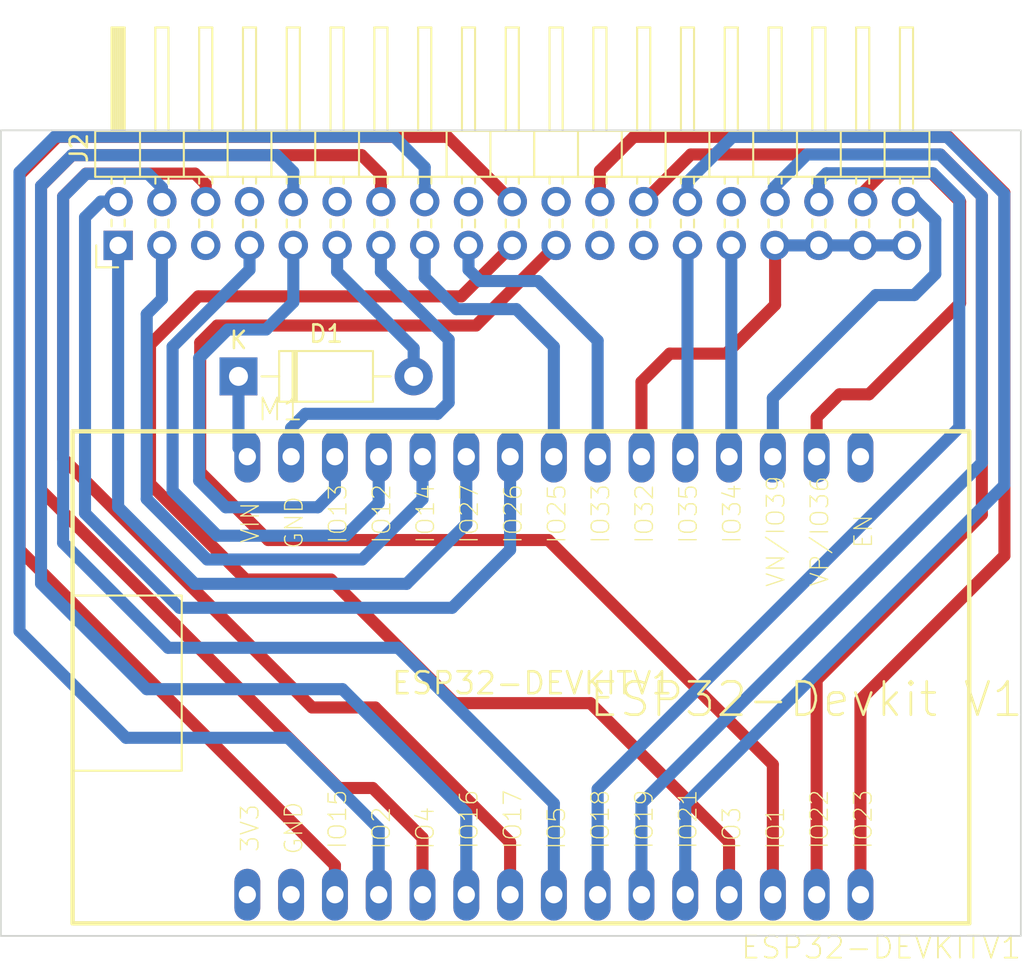
<source format=kicad_pcb>
(kicad_pcb (version 20221018) (generator pcbnew)
  (layers (0 "F.Cu" signal) (31 "B.Cu" signal) (34 "B.Paste" user) (35 "F.Paste" user) (36 "B.SilkS" user "B.Silkscreen") (37 "F.SilkS" user "F.Silkscreen") (38 "B.Mask" user) (39 "F.Mask" user) (44 "Edge.Cuts" user))
  (net 0 "")
  (net 1 "SERVO_VCC")
  (net 2 "Net-(D1-K)")
  (net 3 "L_FT_ANGLE")
  (net 4 "R_FT_ANGLE")
  (net 5 "R_HP_PWM")
  (net 6 "R_TG_PWM")
  (net 7 "R_KN_PWM")
  (net 8 "I_SENS")
  (net 9 "R_ANK_PWM")
  (net 10 "+3V3")
  (net 11 "R_FT_PWM")
  (net 12 "HD_PWM")
  (net 13 "MAIN_TX")
  (net 14 "R_ELB_PWM")
  (net 15 "MAIN_RX")
  (net 16 "SDA")
  (net 17 "SHUTOFF")
  (net 18 "R_SH_PWM")
  (net 19 "SCL")
  (net 20 "R_TX_PWM")
  (net 21 "GND")
  (net 22 "L_ELB_PWM")
  (net 23 "L_HP_PWM")
  (net 24 "L_TG_PWM")
  (net 25 "L_SH_PWM")
  (net 26 "L_TX_PWM")
  (net 27 "L_KN_PWM")
  (net 28 "L_FT_PWM")
  (net 29 "L_ANK_PWM")
  (net 31 "SERVO_CONTROL")
  (footprint "Ben_modules:ESP32-DEVKITV1" (layer "F.Cu") (at 99.15 72.85)
    (fp_text reference "M1" (at -14.605 -15.875) (layer "F.SilkS") (effects (font (size 1.27 1.27) (thickness 0.1016))))
    (fp_text value "ESP32-DEVKITV1" (at 0 0) (layer "F.SilkS") (effects (font (size 1.27 1.27))))
    (fp_text user "IO16" (at -3.66776 7.89686 90) (layer "F.SilkS") (effects (font (size 1.016 1.016) (thickness 0.0762))))
    (fp_text user "IO2" (at -8.74776 8.40486 90) (layer "F.SilkS") (effects (font (size 1.016 1.016) (thickness 0.0762))))
    (fp_text user "IO13" (at -11.26744 -9.81964 90) (layer "F.SilkS") (effects (font (size 1.016 1.016) (thickness 0.0762))))
    (fp_text user "IO34" (at 11.59002 -9.81964 90) (layer "F.SilkS") (effects (font (size 1.016 1.016) (thickness 0.0762))))
    (fp_text user "IO18" (at 3.9497 7.89686 90) (layer "F.SilkS") (effects (font (size 1.016 1.016) (thickness 0.0762))))
    (fp_text user "ESP32-DEVKITV1" (at 20.23872 15.33398) (layer "F.SilkS") (effects (font (size 1.27 1.27) (thickness 0.1016))))
    (fp_text user "IO14" (at -6.18744 -9.81964 90) (layer "F.SilkS") (effects (font (size 1.016 1.016) (thickness 0.0762))))
    (fp_text user "IO4" (at -6.20776 8.40486 90) (layer "F.SilkS") (effects (font (size 1.016 1.016) (thickness 0.0762))))
    (fp_text user "GND" (at -13.80744 -9.31164 90) (layer "F.SilkS") (effects (font (size 1.016 1.016) (thickness 0.0762))))
    (fp_text user "3V3" (at -16.36776 8.40486 90) (layer "F.SilkS") (effects (font (size 1.016 1.016) (thickness 0.0762))))
    (fp_text user "IO15" (at -11.28776 7.89686 90) (layer "F.SilkS") (effects (font (size 1.016 1.016) (thickness 0.0762))))
    (fp_text user "IO23" (at 19.1897 7.89686 90) (layer "F.SilkS") (effects (font (size 1.016 1.016) (thickness 0.0762))))
    (fp_text user "VIN" (at -16.34744 -9.31164 90) (layer "F.SilkS") (effects (font (size 1.016 1.016) (thickness 0.0762))))
    (fp_text user "GND" (at -13.82776 8.40486 90) (layer "F.SilkS") (effects (font (size 1.016 1.016) (thickness 0.0762))))
    (fp_text user "IO35" (at 9.05002 -9.81964 90) (layer "F.SilkS") (effects (font (size 1.016 1.016) (thickness 0.0762))))
    (fp_text user "IO3" (at 11.5697 8.40486 90) (layer "F.SilkS") (effects (font (size 1.016 1.016) (thickness 0.0762))))
    (fp_text user "IO27" (at -3.64744 -9.81964 90) (layer "F.SilkS") (effects (font (size 1.016 1.016) (thickness 0.0762))))
    (fp_text user "VP/IO36" (at 16.67002 -8.80364 90) (layer "F.SilkS") (effects (font (size 1.016 1.016) (thickness 0.0762))))
    (fp_text user "IO22" (at 16.6497 7.89686 90) (layer "F.SilkS") (effects (font (size 1.016 1.016) (thickness 0.0762))))
    (fp_text user "IO33" (at 3.97002 -9.81964 90) (layer "F.SilkS") (effects (font (size 1.016 1.016) (thickness 0.0762))))
    (fp_text user "VN/IO39" (at 14.13002 -8.80364 90) (layer "F.SilkS") (effects (font (size 1.016 1.016) (thickness 0.0762))))
    (fp_text user "IO26" (at -1.10744 -9.81964 90) (layer "F.SilkS") (effects (font (size 1.016 1.016) (thickness 0.0762))))
    (fp_text user "IO21" (at 9.0297 7.89686 90) (layer "F.SilkS") (effects (font (size 1.016 1.016) (thickness 0.0762))))
    (fp_text user "IO19" (at 6.4897 7.89686 90) (layer "F.SilkS") (effects (font (size 1.016 1.016) (thickness 0.0762))))
    (fp_text user "ESP32-Devkit V1" (at 15.89786 0.94234) (layer "F.SilkS") (effects (font (size 1.9304 1.9304) (thickness 0.1524))))
    (fp_text user "IO25" (at 1.43002 -9.81964 90) (layer "F.SilkS") (effects (font (size 1.016 1.016) (thickness 0.0762))))
    (fp_text user "IO17" (at -1.12776 7.89686 90) (layer "F.SilkS") (effects (font (size 1.016 1.016) (thickness 0.0762))))
    (fp_text user "IO5" (at 1.4097 8.40486 90) (layer "F.SilkS") (effects (font (size 1.016 1.016) (thickness 0.0762))))
    (fp_text user "IO32" (at 6.51002 -9.81964 90) (layer "F.SilkS") (effects (font (size 1.016 1.016) (thickness 0.0762))))
    (fp_text user "IO12" (at -8.72744 -9.81964 90) (layer "F.SilkS") (effects (font (size 1.016 1.016) (thickness 0.0762))))
    (fp_text user "EN" (at 19.21002 -8.80364 90) (layer "F.SilkS") (effects (font (size 1.016 1.016) (thickness 0.0762))))
    (fp_text user "IO1" (at 14.1097 8.40486 90) (layer "F.SilkS") (effects (font (size 1.016 1.016) (thickness 0.0762))))
    (fp_line (start -26.64968 -14.605) (end 25.3492 -14.605) (stroke (width 0.254)) (layer "F.SilkS"))
    (fp_line (start -26.64968 13.92936) (end -26.64968 -14.605) (stroke (width 0.254)) (layer "F.SilkS"))
    (fp_line (start 25.3492 -14.605) (end 25.3492 13.92936) (stroke (width 0.254)) (layer "F.SilkS"))
    (fp_line (start 25.3492 13.92936) (end -26.64968 13.92936) (stroke (width 0.254)) (layer "F.SilkS"))
    (fp_rect (start -26.67 -5.08) (end -20.32 5.08) (stroke (width 0.12)) (fill none) (layer "F.SilkS"))
    (pad "3V3" thru_hole oval (at -16.51762 12.2682) (size 1.5 3) (drill 1) (layers "*.Cu" "*.Mask"))
    (pad "D1" thru_hole oval (at 13.95984 12.2682) (size 1.5 3) (drill 1) (layers "*.Cu" "*.Mask") (net 13 "MAIN_TX"))
    (pad "D2" thru_hole oval (at -8.89762 12.2682) (size 1.5 3) (drill 1) (layers "*.Cu" "*.Mask") (net 18 "R_SH_PWM"))
    (pad "D3" thru_hole oval (at 11.41984 12.2682) (size 1.5 3) (drill 1) (layers "*.Cu" "*.Mask") (net 15 "MAIN_RX"))
    (pad "D4" thru_hole oval (at -6.35762 12.2682) (size 1.5 3) (drill 1) (layers "*.Cu" "*.Mask") (net 20 "R_TX_PWM"))
    (pad "D5" thru_hole oval (at 1.25984 12.2682) (size 1.5 3) (drill 1) (layers "*.Cu" "*.Mask") (net 26 "L_TX_PWM"))
    (pad "D12" thru_hole oval (at -8.89762 -13.13434) (size 1.5 3) (drill 1) (layers "*.Cu" "*.Mask") (net 24 "L_TG_PWM"))
    (pad "D13" thru_hole oval (at -11.43762 -13.13434) (size 1.5 3) (drill 1) (layers "*.Cu" "*.Mask") (net 23 "L_HP_PWM"))
    (pad "D14" thru_hole oval (at -6.35762 -13.13434) (size 1.5 3) (drill 1) (layers "*.Cu" "*.Mask") (net 27 "L_KN_PWM"))
    (pad "D15" thru_hole oval (at -11.43762 12.2682) (size 1.5 3) (drill 1) (layers "*.Cu" "*.Mask") (net 14 "R_ELB_PWM"))
    (pad "D16" thru_hole oval (at -3.81762 12.2682) (size 1.5 3) (drill 1) (layers "*.Cu" "*.Mask") (net 22 "L_ELB_PWM"))
    (pad "D17" thru_hole oval (at -1.27762 12.2682) (size 1.5 3) (drill 1) (layers "*.Cu" "*.Mask") (net 25 "L_SH_PWM"))
    (pad "D18" thru_hole oval (at 3.79984 12.2682) (size 1.5 3) (drill 1) (layers "*.Cu" "*.Mask") (net 5 "R_HP_PWM"))
    (pad "D19" thru_hole oval (at 6.33984 12.2682) (size 1.5 3) (drill 1) (layers "*.Cu" "*.Mask") (net 6 "R_TG_PWM"))
    (pad "D21" thru_hole oval (at 8.87984 12.2682) (size 1.5 3) (drill 1) (layers "*.Cu" "*.Mask") (net 7 "R_KN_PWM"))
    (pad "D22" thru_hole oval (at 16.49984 12.2682) (size 1.5 3) (drill 1) (layers "*.Cu" "*.Mask") (net 9 "R_ANK_PWM"))
    (pad "D23" thru_hole oval (at 19.03984 12.2682) (size 1.5 3) (drill 1) (layers "*.Cu" "*.Mask") (net 11 "R_FT_PWM"))
    (pad "D25" thru_hole oval (at 1.25984 -13.13434) (size 1.5 3) (drill 1) (layers "*.Cu" "*.Mask") (net 19 "SCL"))
    (pad "D26" thru_hole oval (at -1.27762 -13.13434) (size 1.5 3) (drill 1) (layers "*.Cu" "*.Mask") (net 28 "L_FT_PWM"))
    (pad "D27" thru_hole oval (at -3.81762 -13.13434) (size 1.5 3) (drill 1) (layers "*.Cu" "*.Mask") (net 29 "L_ANK_PWM"))
    (pad "D32" thru_hole oval (at 6.33984 -13.13434) (size 1.5 3) (drill 1) (layers "*.Cu" "*.Mask") (net 31 "SERVO_CONTROL"))
    (pad "D33" thru_hole oval (at 3.79984 -13.13434) (size 1.5 3) (drill 1) (layers "*.Cu" "*.Mask") (net 16 "SDA"))
    (pad "D34" thru_hole oval (at 11.41984 -13.13434) (size 1.5 3) (drill 1) (layers "*.Cu" "*.Mask") (net 17 "SHUTOFF"))
    (pad "D35" thru_hole oval (at 8.87984 -13.13434) (size 1.5 3) (drill 1) (layers "*.Cu" "*.Mask") (net 8 "I_SENS"))
    (pad "D36" thru_hole oval (at 16.49984 -13.13434) (size 1.5 3) (drill 1) (layers "*.Cu" "*.Mask") (net 4 "R_FT_ANGLE"))
    (pad "D39" thru_hole oval (at 13.95984 -13.13434) (size 1.5 3) (drill 1) (layers "*.Cu" "*.Mask") (net 3 "L_FT_ANGLE"))
    (pad "EN" thru_hole oval (at 19.03984 -13.13434) (size 1.5 3) (drill 1) (layers "*.Cu" "*.Mask"))
    (pad "GND@1" thru_hole oval (at -13.97762 -13.13434) (size 1.5 3) (drill 1) (layers "*.Cu" "*.Mask") (net 21 "GND"))
    (pad "GND@2" thru_hole oval (at -13.97762 12.2682) (size 1.5 3) (drill 1) (layers "*.Cu" "*.Mask"))
    (pad "VIN" thru_hole oval (at -16.51762 -13.13434) (size 1.5 3) (drill 1) (layers "*.Cu" "*.Mask") (net 2 "Net-(D1-K)"))
  )
  (footprint "Diode_THT:D_DO-41_SOD81_P10.16mm_Horizontal" (layer "F.Cu") (at 82.12 55.06)
    (fp_text reference "D1" (at 5.08 -2.47) (layer "F.SilkS"))
    (fp_text value "1N4007")
    (fp_text user "K" (at 0 -2.1) (layer "F.SilkS"))
    (fp_line (start 1.34 0) (end 2.36 0) (stroke (width 0.12)) (layer "F.SilkS"))
    (fp_line (start 2.36 -1.47) (end 2.36 1.47) (stroke (width 0.12)) (layer "F.SilkS"))
    (fp_line (start 2.36 1.47) (end 7.8 1.47) (stroke (width 0.12)) (layer "F.SilkS"))
    (fp_line (start 3.14 -1.47) (end 3.14 1.47) (stroke (width 0.12)) (layer "F.SilkS"))
    (fp_line (start 3.26 -1.47) (end 3.26 1.47) (stroke (width 0.12)) (layer "F.SilkS"))
    (fp_line (start 3.38 -1.47) (end 3.38 1.47) (stroke (width 0.12)) (layer "F.SilkS"))
    (fp_line (start 7.8 -1.47) (end 2.36 -1.47) (stroke (width 0.12)) (layer "F.SilkS"))
    (fp_line (start 7.8 1.47) (end 7.8 -1.47) (stroke (width 0.12)) (layer "F.SilkS"))
    (fp_line (start 8.82 0) (end 7.8 0) (stroke (width 0.12)) (layer "F.SilkS"))
    (pad "1" thru_hole rect (at 0 0) (size 2.2 2.2) (drill 1.1) (layers "*.Cu" "*.Mask") (net 2 "Net-(D1-K)"))
    (pad "2" thru_hole oval (at 10.16 0) (size 2.2 2.2) (drill 1.1) (layers "*.Cu" "*.Mask") (net 1 "SERVO_VCC"))
  )
  (footprint "Connector_PinHeader_2.54mm:PinHeader_2x19_P2.54mm_Horizontal" (layer "F.Cu") (at 75.14016 47.46434 90)
    (fp_text reference "J2" (at 5.655 -2.27 90) (layer "F.SilkS"))
    (fp_text value "Conn_02x19_Odd_Even")
    (fp_line (start -1.27 -1.27) (end 0 -1.27) (stroke (width 0.12)) (layer "F.SilkS"))
    (fp_line (start -1.27 0) (end -1.27 -1.27) (stroke (width 0.12)) (layer "F.SilkS"))
    (fp_line (start 1.042929 2.16) (end 1.497071 2.16) (stroke (width 0.12)) (layer "F.SilkS"))
    (fp_line (start 1.042929 2.92) (end 1.497071 2.92) (stroke (width 0.12)) (layer "F.SilkS"))
    (fp_line (start 1.042929 4.7) (end 1.497071 4.7) (stroke (width 0.12)) (layer "F.SilkS"))
    (fp_line (start 1.042929 5.46) (end 1.497071 5.46) (stroke (width 0.12)) (layer "F.SilkS"))
    (fp_line (start 1.042929 7.24) (end 1.497071 7.24) (stroke (width 0.12)) (layer "F.SilkS"))
    (fp_line (start 1.042929 8) (end 1.497071 8) (stroke (width 0.12)) (layer "F.SilkS"))
    (fp_line (start 1.042929 9.78) (end 1.497071 9.78) (stroke (width 0.12)) (layer "F.SilkS"))
    (fp_line (start 1.042929 10.54) (end 1.497071 10.54) (stroke (width 0.12)) (layer "F.SilkS"))
    (fp_line (start 1.042929 12.32) (end 1.497071 12.32) (stroke (width 0.12)) (layer "F.SilkS"))
    (fp_line (start 1.042929 13.08) (end 1.497071 13.08) (stroke (width 0.12)) (layer "F.SilkS"))
    (fp_line (start 1.042929 14.86) (end 1.497071 14.86) (stroke (width 0.12)) (layer "F.SilkS"))
    (fp_line (start 1.042929 15.62) (end 1.497071 15.62) (stroke (width 0.12)) (layer "F.SilkS"))
    (fp_line (start 1.042929 17.4) (end 1.497071 17.4) (stroke (width 0.12)) (layer "F.SilkS"))
    (fp_line (start 1.042929 18.16) (end 1.497071 18.16) (stroke (width 0.12)) (layer "F.SilkS"))
    (fp_line (start 1.042929 19.94) (end 1.497071 19.94) (stroke (width 0.12)) (layer "F.SilkS"))
    (fp_line (start 1.042929 20.7) (end 1.497071 20.7) (stroke (width 0.12)) (layer "F.SilkS"))
    (fp_line (start 1.042929 22.48) (end 1.497071 22.48) (stroke (width 0.12)) (layer "F.SilkS"))
    (fp_line (start 1.042929 23.24) (end 1.497071 23.24) (stroke (width 0.12)) (layer "F.SilkS"))
    (fp_line (start 1.042929 25.02) (end 1.497071 25.02) (stroke (width 0.12)) (layer "F.SilkS"))
    (fp_line (start 1.042929 25.78) (end 1.497071 25.78) (stroke (width 0.12)) (layer "F.SilkS"))
    (fp_line (start 1.042929 27.56) (end 1.497071 27.56) (stroke (width 0.12)) (layer "F.SilkS"))
    (fp_line (start 1.042929 28.32) (end 1.497071 28.32) (stroke (width 0.12)) (layer "F.SilkS"))
    (fp_line (start 1.042929 30.1) (end 1.497071 30.1) (stroke (width 0.12)) (layer "F.SilkS"))
    (fp_line (start 1.042929 30.86) (end 1.497071 30.86) (stroke (width 0.12)) (layer "F.SilkS"))
    (fp_line (start 1.042929 32.64) (end 1.497071 32.64) (stroke (width 0.12)) (layer "F.SilkS"))
    (fp_line (start 1.042929 33.4) (end 1.497071 33.4) (stroke (width 0.12)) (layer "F.SilkS"))
    (fp_line (start 1.042929 35.18) (end 1.497071 35.18) (stroke (width 0.12)) (layer "F.SilkS"))
    (fp_line (start 1.042929 35.94) (end 1.497071 35.94) (stroke (width 0.12)) (layer "F.SilkS"))
    (fp_line (start 1.042929 37.72) (end 1.497071 37.72) (stroke (width 0.12)) (layer "F.SilkS"))
    (fp_line (start 1.042929 38.48) (end 1.497071 38.48) (stroke (width 0.12)) (layer "F.SilkS"))
    (fp_line (start 1.042929 40.26) (end 1.497071 40.26) (stroke (width 0.12)) (layer "F.SilkS"))
    (fp_line (start 1.042929 41.02) (end 1.497071 41.02) (stroke (width 0.12)) (layer "F.SilkS"))
    (fp_line (start 1.042929 42.8) (end 1.497071 42.8) (stroke (width 0.12)) (layer "F.SilkS"))
    (fp_line (start 1.042929 43.56) (end 1.497071 43.56) (stroke (width 0.12)) (layer "F.SilkS"))
    (fp_line (start 1.042929 45.34) (end 1.497071 45.34) (stroke (width 0.12)) (layer "F.SilkS"))
    (fp_line (start 1.042929 46.1) (end 1.497071 46.1) (stroke (width 0.12)) (layer "F.SilkS"))
    (fp_line (start 1.11 -0.38) (end 1.497071 -0.38) (stroke (width 0.12)) (layer "F.SilkS"))
    (fp_line (start 1.11 0.38) (end 1.497071 0.38) (stroke (width 0.12)) (layer "F.SilkS"))
    (fp_line (start 3.582929 -0.38) (end 3.98 -0.38) (stroke (width 0.12)) (layer "F.SilkS"))
    (fp_line (start 3.582929 0.38) (end 3.98 0.38) (stroke (width 0.12)) (layer "F.SilkS"))
    (fp_line (start 3.582929 2.16) (end 3.98 2.16) (stroke (width 0.12)) (layer "F.SilkS"))
    (fp_line (start 3.582929 2.92) (end 3.98 2.92) (stroke (width 0.12)) (layer "F.SilkS"))
    (fp_line (start 3.582929 4.7) (end 3.98 4.7) (stroke (width 0.12)) (layer "F.SilkS"))
    (fp_line (start 3.582929 5.46) (end 3.98 5.46) (stroke (width 0.12)) (layer "F.SilkS"))
    (fp_line (start 3.582929 7.24) (end 3.98 7.24) (stroke (width 0.12)) (layer "F.SilkS"))
    (fp_line (start 3.582929 8) (end 3.98 8) (stroke (width 0.12)) (layer "F.SilkS"))
    (fp_line (start 3.582929 9.78) (end 3.98 9.78) (stroke (width 0.12)) (layer "F.SilkS"))
    (fp_line (start 3.582929 10.54) (end 3.98 10.54) (stroke (width 0.12)) (layer "F.SilkS"))
    (fp_line (start 3.582929 12.32) (end 3.98 12.32) (stroke (width 0.12)) (layer "F.SilkS"))
    (fp_line (start 3.582929 13.08) (end 3.98 13.08) (stroke (width 0.12)) (layer "F.SilkS"))
    (fp_line (start 3.582929 14.86) (end 3.98 14.86) (stroke (width 0.12)) (layer "F.SilkS"))
    (fp_line (start 3.582929 15.62) (end 3.98 15.62) (stroke (width 0.12)) (layer "F.SilkS"))
    (fp_line (start 3.582929 17.4) (end 3.98 17.4) (stroke (width 0.12)) (layer "F.SilkS"))
    (fp_line (start 3.582929 18.16) (end 3.98 18.16) (stroke (width 0.12)) (layer "F.SilkS"))
    (fp_line (start 3.582929 19.94) (end 3.98 19.94) (stroke (width 0.12)) (layer "F.SilkS"))
    (fp_line (start 3.582929 20.7) (end 3.98 20.7) (stroke (width 0.12)) (layer "F.SilkS"))
    (fp_line (start 3.582929 22.48) (end 3.98 22.48) (stroke (width 0.12)) (layer "F.SilkS"))
    (fp_line (start 3.582929 23.24) (end 3.98 23.24) (stroke (width 0.12)) (layer "F.SilkS"))
    (fp_line (start 3.582929 25.02) (end 3.98 25.02) (stroke (width 0.12)) (layer "F.SilkS"))
    (fp_line (start 3.582929 25.78) (end 3.98 25.78) (stroke (width 0.12)) (layer "F.SilkS"))
    (fp_line (start 3.582929 27.56) (end 3.98 27.56) (stroke (width 0.12)) (layer "F.SilkS"))
    (fp_line (start 3.582929 28.32) (end 3.98 28.32) (stroke (width 0.12)) (layer "F.SilkS"))
    (fp_line (start 3.582929 30.1) (end 3.98 30.1) (stroke (width 0.12)) (layer "F.SilkS"))
    (fp_line (start 3.582929 30.86) (end 3.98 30.86) (stroke (width 0.12)) (layer "F.SilkS"))
    (fp_line (start 3.582929 32.64) (end 3.98 32.64) (stroke (width 0.12)) (layer "F.SilkS"))
    (fp_line (start 3.582929 33.4) (end 3.98 33.4) (stroke (width 0.12)) (layer "F.SilkS"))
    (fp_line (start 3.582929 35.18) (end 3.98 35.18) (stroke (width 0.12)) (layer "F.SilkS"))
    (fp_line (start 3.582929 35.94) (end 3.98 35.94) (stroke (width 0.12)) (layer "F.SilkS"))
    (fp_line (start 3.582929 37.72) (end 3.98 37.72) (stroke (width 0.12)) (layer "F.SilkS"))
    (fp_line (start 3.582929 38.48) (end 3.98 38.48) (stroke (width 0.12)) (layer "F.SilkS"))
    (fp_line (start 3.582929 40.26) (end 3.98 40.26) (stroke (width 0.12)) (layer "F.SilkS"))
    (fp_line (start 3.582929 41.02) (end 3.98 41.02) (stroke (width 0.12)) (layer "F.SilkS"))
    (fp_line (start 3.582929 42.8) (end 3.98 42.8) (stroke (width 0.12)) (layer "F.SilkS"))
    (fp_line (start 3.582929 43.56) (end 3.98 43.56) (stroke (width 0.12)) (layer "F.SilkS"))
    (fp_line (start 3.582929 45.34) (end 3.98 45.34) (stroke (width 0.12)) (layer "F.SilkS"))
    (fp_line (start 3.582929 46.1) (end 3.98 46.1) (stroke (width 0.12)) (layer "F.SilkS"))
    (fp_line (start 3.98 -1.33) (end 3.98 47.05) (stroke (width 0.12)) (layer "F.SilkS"))
    (fp_line (start 3.98 1.27) (end 6.64 1.27) (stroke (width 0.12)) (layer "F.SilkS"))
    (fp_line (start 3.98 3.81) (end 6.64 3.81) (stroke (width 0.12)) (layer "F.SilkS"))
    (fp_line (start 3.98 6.35) (end 6.64 6.35) (stroke (width 0.12)) (layer "F.SilkS"))
    (fp_line (start 3.98 8.89) (end 6.64 8.89) (stroke (width 0.12)) (layer "F.SilkS"))
    (fp_line (start 3.98 11.43) (end 6.64 11.43) (stroke (width 0.12)) (layer "F.SilkS"))
    (fp_line (start 3.98 13.97) (end 6.64 13.97) (stroke (width 0.12)) (layer "F.SilkS"))
    (fp_line (start 3.98 16.51) (end 6.64 16.51) (stroke (width 0.12)) (layer "F.SilkS"))
    (fp_line (start 3.98 19.05) (end 6.64 19.05) (stroke (width 0.12)) (layer "F.SilkS"))
    (fp_line (start 3.98 21.59) (end 6.64 21.59) (stroke (width 0.12)) (layer "F.SilkS"))
    (fp_line (start 3.98 24.13) (end 6.64 24.13) (stroke (width 0.12)) (layer "F.SilkS"))
    (fp_line (start 3.98 26.67) (end 6.64 26.67) (stroke (width 0.12)) (layer "F.SilkS"))
    (fp_line (start 3.98 29.21) (end 6.64 29.21) (stroke (width 0.12)) (layer "F.SilkS"))
    (fp_line (start 3.98 31.75) (end 6.64 31.75) (stroke (width 0.12)) (layer "F.SilkS"))
    (fp_line (start 3.98 34.29) (end 6.64 34.29) (stroke (width 0.12)) (layer "F.SilkS"))
    (fp_line (start 3.98 36.83) (end 6.64 36.83) (stroke (width 0.12)) (layer "F.SilkS"))
    (fp_line (start 3.98 39.37) (end 6.64 39.37) (stroke (width 0.12)) (layer "F.SilkS"))
    (fp_line (start 3.98 41.91) (end 6.64 41.91) (stroke (width 0.12)) (layer "F.SilkS"))
    (fp_line (start 3.98 44.45) (end 6.64 44.45) (stroke (width 0.12)) (layer "F.SilkS"))
    (fp_line (start 3.98 47.05) (end 6.64 47.05) (stroke (width 0.12)) (layer "F.SilkS"))
    (fp_line (start 6.64 -1.33) (end 3.98 -1.33) (stroke (width 0.12)) (layer "F.SilkS"))
    (fp_line (start 6.64 -0.38) (end 12.64 -0.38) (stroke (width 0.12)) (layer "F.SilkS"))
    (fp_line (start 6.64 -0.32) (end 12.64 -0.32) (stroke (width 0.12)) (layer "F.SilkS"))
    (fp_line (start 6.64 -0.2) (end 12.64 -0.2) (stroke (width 0.12)) (layer "F.SilkS"))
    (fp_line (start 6.64 -0.08) (end 12.64 -0.08) (stroke (width 0.12)) (layer "F.SilkS"))
    (fp_line (start 6.64 0.04) (end 12.64 0.04) (stroke (width 0.12)) (layer "F.SilkS"))
    (fp_line (start 6.64 0.16) (end 12.64 0.16) (stroke (width 0.12)) (layer "F.SilkS"))
    (fp_line (start 6.64 0.28) (end 12.64 0.28) (stroke (width 0.12)) (layer "F.SilkS"))
    (fp_line (start 6.64 2.16) (end 12.64 2.16) (stroke (width 0.12)) (layer "F.SilkS"))
    (fp_line (start 6.64 4.7) (end 12.64 4.7) (stroke (width 0.12)) (layer "F.SilkS"))
    (fp_line (start 6.64 7.24) (end 12.64 7.24) (stroke (width 0.12)) (layer "F.SilkS"))
    (fp_line (start 6.64 9.78) (end 12.64 9.78) (stroke (width 0.12)) (layer "F.SilkS"))
    (fp_line (start 6.64 12.32) (end 12.64 12.32) (stroke (width 0.12)) (layer "F.SilkS"))
    (fp_line (start 6.64 14.86) (end 12.64 14.86) (stroke (width 0.12)) (layer "F.SilkS"))
    (fp_line (start 6.64 17.4) (end 12.64 17.4) (stroke (width 0.12)) (layer "F.SilkS"))
    (fp_line (start 6.64 19.94) (end 12.64 19.94) (stroke (width 0.12)) (layer "F.SilkS"))
    (fp_line (start 6.64 22.48) (end 12.64 22.48) (stroke (width 0.12)) (layer "F.SilkS"))
    (fp_line (start 6.64 25.02) (end 12.64 25.02) (stroke (width 0.12)) (layer "F.SilkS"))
    (fp_line (start 6.64 27.56) (end 12.64 27.56) (stroke (width 0.12)) (layer "F.SilkS"))
    (fp_line (start 6.64 30.1) (end 12.64 30.1) (stroke (width 0.12)) (layer "F.SilkS"))
    (fp_line (start 6.64 32.64) (end 12.64 32.64) (stroke (width 0.12)) (layer "F.SilkS"))
    (fp_line (start 6.64 35.18) (end 12.64 35.18) (stroke (width 0.12)) (layer "F.SilkS"))
    (fp_line (start 6.64 37.72) (end 12.64 37.72) (stroke (width 0.12)) (layer "F.SilkS"))
    (fp_line (start 6.64 40.26) (end 12.64 40.26) (stroke (width 0.12)) (layer "F.SilkS"))
    (fp_line (start 6.64 42.8) (end 12.64 42.8) (stroke (width 0.12)) (layer "F.SilkS"))
    (fp_line (start 6.64 45.34) (end 12.64 45.34) (stroke (width 0.12)) (layer "F.SilkS"))
    (fp_line (start 6.64 47.05) (end 6.64 -1.33) (stroke (width 0.12)) (layer "F.SilkS"))
    (fp_line (start 12.64 -0.38) (end 12.64 0.38) (stroke (width 0.12)) (layer "F.SilkS"))
    (fp_line (start 12.64 0.38) (end 6.64 0.38) (stroke (width 0.12)) (layer "F.SilkS"))
    (fp_line (start 12.64 2.16) (end 12.64 2.92) (stroke (width 0.12)) (layer "F.SilkS"))
    (fp_line (start 12.64 2.92) (end 6.64 2.92) (stroke (width 0.12)) (layer "F.SilkS"))
    (fp_line (start 12.64 4.7) (end 12.64 5.46) (stroke (width 0.12)) (layer "F.SilkS"))
    (fp_line (start 12.64 5.46) (end 6.64 5.46) (stroke (width 0.12)) (layer "F.SilkS"))
    (fp_line (start 12.64 7.24) (end 12.64 8) (stroke (width 0.12)) (layer "F.SilkS"))
    (fp_line (start 12.64 8) (end 6.64 8) (stroke (width 0.12)) (layer "F.SilkS"))
    (fp_line (start 12.64 9.78) (end 12.64 10.54) (stroke (width 0.12)) (layer "F.SilkS"))
    (fp_line (start 12.64 10.54) (end 6.64 10.54) (stroke (width 0.12)) (layer "F.SilkS"))
    (fp_line (start 12.64 12.32) (end 12.64 13.08) (stroke (width 0.12)) (layer "F.SilkS"))
    (fp_line (start 12.64 13.08) (end 6.64 13.08) (stroke (width 0.12)) (layer "F.SilkS"))
    (fp_line (start 12.64 14.86) (end 12.64 15.62) (stroke (width 0.12)) (layer "F.SilkS"))
    (fp_line (start 12.64 15.62) (end 6.64 15.62) (stroke (width 0.12)) (layer "F.SilkS"))
    (fp_line (start 12.64 17.4) (end 12.64 18.16) (stroke (width 0.12)) (layer "F.SilkS"))
    (fp_line (start 12.64 18.16) (end 6.64 18.16) (stroke (width 0.12)) (layer "F.SilkS"))
    (fp_line (start 12.64 19.94) (end 12.64 20.7) (stroke (width 0.12)) (layer "F.SilkS"))
    (fp_line (start 12.64 20.7) (end 6.64 20.7) (stroke (width 0.12)) (layer "F.SilkS"))
    (fp_line (start 12.64 22.48) (end 12.64 23.24) (stroke (width 0.12)) (layer "F.SilkS"))
    (fp_line (start 12.64 23.24) (end 6.64 23.24) (stroke (width 0.12)) (layer "F.SilkS"))
    (fp_line (start 12.64 25.02) (end 12.64 25.78) (stroke (width 0.12)) (layer "F.SilkS"))
    (fp_line (start 12.64 25.78) (end 6.64 25.78) (stroke (width 0.12)) (layer "F.SilkS"))
    (fp_line (start 12.64 27.56) (end 12.64 28.32) (stroke (width 0.12)) (layer "F.SilkS"))
    (fp_line (start 12.64 28.32) (end 6.64 28.32) (stroke (width 0.12)) (layer "F.SilkS"))
    (fp_line (start 12.64 30.1) (end 12.64 30.86) (stroke (width 0.12)) (layer "F.SilkS"))
    (fp_line (start 12.64 30.86) (end 6.64 30.86) (stroke (width 0.12)) (layer "F.SilkS"))
    (fp_line (start 12.64 32.64) (end 12.64 33.4) (stroke (width 0.12)) (layer "F.SilkS"))
    (fp_line (start 12.64 33.4) (end 6.64 33.4) (stroke (width 0.12)) (layer "F.SilkS"))
    (fp_line (start 12.64 35.18) (end 12.64 35.94) (stroke (width 0.12)) (layer "F.SilkS"))
    (fp_line (start 12.64 35.94) (end 6.64 35.94) (stroke (width 0.12)) (layer "F.SilkS"))
    (fp_line (start 12.64 37.72) (end 12.64 38.48) (stroke (width 0.12)) (layer "F.SilkS"))
    (fp_line (start 12.64 38.48) (end 6.64 38.48) (stroke (width 0.12)) (layer "F.SilkS"))
    (fp_line (start 12.64 40.26) (end 12.64 41.02) (stroke (width 0.12)) (layer "F.SilkS"))
    (fp_line (start 12.64 41.02) (end 6.64 41.02) (stroke (width 0.12)) (layer "F.SilkS"))
    (fp_line (start 12.64 42.8) (end 12.64 43.56) (stroke (width 0.12)) (layer "F.SilkS"))
    (fp_line (start 12.64 43.56) (end 6.64 43.56) (stroke (width 0.12)) (layer "F.SilkS"))
    (fp_line (start 12.64 45.34) (end 12.64 46.1) (stroke (width 0.12)) (layer "F.SilkS"))
    (fp_line (start 12.64 46.1) (end 6.64 46.1) (stroke (width 0.12)) (layer "F.SilkS"))
    (pad "1" thru_hole rect (at 0 0 90) (size 1.7 1.7) (drill 1) (layers "*.Cu" "*.Mask") (net 29 "L_ANK_PWM"))
    (pad "2" thru_hole oval (at 2.54 0 90) (size 1.7 1.7) (drill 1) (layers "*.Cu" "*.Mask") (net 28 "L_FT_PWM"))
    (pad "3" thru_hole oval (at 0 2.54 90) (size 1.7 1.7) (drill 1) (layers "*.Cu" "*.Mask") (net 27 "L_KN_PWM"))
    (pad "4" thru_hole oval (at 2.54 2.54 90) (size 1.7 1.7) (drill 1) (layers "*.Cu" "*.Mask") (net 26 "L_TX_PWM"))
    (pad "5" thru_hole oval (at 0 5.08 90) (size 1.7 1.7) (drill 1) (layers "*.Cu" "*.Mask"))
    (pad "6" thru_hole oval (at 2.54 5.08 90) (size 1.7 1.7) (drill 1) (layers "*.Cu" "*.Mask") (net 25 "L_SH_PWM"))
    (pad "7" thru_hole oval (at 0 7.62 90) (size 1.7 1.7) (drill 1) (layers "*.Cu" "*.Mask") (net 24 "L_TG_PWM"))
    (pad "8" thru_hole oval (at 2.54 7.62 90) (size 1.7 1.7) (drill 1) (layers "*.Cu" "*.Mask"))
    (pad "9" thru_hole oval (at 0 10.16 90) (size 1.7 1.7) (drill 1) (layers "*.Cu" "*.Mask") (net 23 "L_HP_PWM"))
    (pad "10" thru_hole oval (at 2.54 10.16 90) (size 1.7 1.7) (drill 1) (layers "*.Cu" "*.Mask") (net 22 "L_ELB_PWM"))
    (pad "11" thru_hole oval (at 0 12.7 90) (size 1.7 1.7) (drill 1) (layers "*.Cu" "*.Mask") (net 1 "SERVO_VCC"))
    (pad "12" thru_hole oval (at 2.54 12.7 90) (size 1.7 1.7) (drill 1) (layers "*.Cu" "*.Mask"))
    (pad "13" thru_hole oval (at 0 15.24 90) (size 1.7 1.7) (drill 1) (layers "*.Cu" "*.Mask") (net 21 "GND"))
    (pad "14" thru_hole oval (at 2.54 15.24 90) (size 1.7 1.7) (drill 1) (layers "*.Cu" "*.Mask") (net 20 "R_TX_PWM"))
    (pad "15" thru_hole oval (at 0 17.78 90) (size 1.7 1.7) (drill 1) (layers "*.Cu" "*.Mask") (net 19 "SCL"))
    (pad "16" thru_hole oval (at 2.54 17.78 90) (size 1.7 1.7) (drill 1) (layers "*.Cu" "*.Mask") (net 18 "R_SH_PWM"))
    (pad "17" thru_hole oval (at 0 20.32 90) (size 1.7 1.7) (drill 1) (layers "*.Cu" "*.Mask") (net 16 "SDA"))
    (pad "18" thru_hole oval (at 2.54 20.32 90) (size 1.7 1.7) (drill 1) (layers "*.Cu" "*.Mask"))
    (pad "19" thru_hole oval (at 0 22.86 90) (size 1.7 1.7) (drill 1) (layers "*.Cu" "*.Mask") (net 15 "MAIN_RX"))
    (pad "20" thru_hole oval (at 2.54 22.86 90) (size 1.7 1.7) (drill 1) (layers "*.Cu" "*.Mask") (net 14 "R_ELB_PWM"))
    (pad "21" thru_hole oval (at 0 25.4 90) (size 1.7 1.7) (drill 1) (layers "*.Cu" "*.Mask") (net 13 "MAIN_TX"))
    (pad "22" thru_hole oval (at 2.54 25.4 90) (size 1.7 1.7) (drill 1) (layers "*.Cu" "*.Mask"))
    (pad "23" thru_hole oval (at 0 27.94 90) (size 1.7 1.7) (drill 1) (layers "*.Cu" "*.Mask") (net 12 "HD_PWM"))
    (pad "24" thru_hole oval (at 2.54 27.94 90) (size 1.7 1.7) (drill 1) (layers "*.Cu" "*.Mask") (net 11 "R_FT_PWM"))
    (pad "25" thru_hole oval (at 0 30.48 90) (size 1.7 1.7) (drill 1) (layers "*.Cu" "*.Mask") (net 10 "+3V3"))
    (pad "26" thru_hole oval (at 2.54 30.48 90) (size 1.7 1.7) (drill 1) (layers "*.Cu" "*.Mask") (net 9 "R_ANK_PWM"))
    (pad "27" thru_hole oval (at 0 33.02 90) (size 1.7 1.7) (drill 1) (layers "*.Cu" "*.Mask") (net 8 "I_SENS"))
    (pad "28" thru_hole oval (at 2.54 33.02 90) (size 1.7 1.7) (drill 1) (layers "*.Cu" "*.Mask") (net 7 "R_KN_PWM"))
    (pad "29" thru_hole oval (at 0 35.56 90) (size 1.7 1.7) (drill 1) (layers "*.Cu" "*.Mask") (net 17 "SHUTOFF"))
    (pad "30" thru_hole oval (at 2.54 35.56 90) (size 1.7 1.7) (drill 1) (layers "*.Cu" "*.Mask"))
    (pad "31" thru_hole oval (at 0 38.1 90) (size 1.7 1.7) (drill 1) (layers "*.Cu" "*.Mask") (net 31 "SERVO_CONTROL"))
    (pad "32" thru_hole oval (at 2.54 38.1 90) (size 1.7 1.7) (drill 1) (layers "*.Cu" "*.Mask") (net 6 "R_TG_PWM"))
    (pad "33" thru_hole oval (at 0 40.64 90) (size 1.7 1.7) (drill 1) (layers "*.Cu" "*.Mask") (net 31 "SERVO_CONTROL"))
    (pad "34" thru_hole oval (at 2.54 40.64 90) (size 1.7 1.7) (drill 1) (layers "*.Cu" "*.Mask") (net 5 "R_HP_PWM"))
    (pad "35" thru_hole oval (at 0 43.18 90) (size 1.7 1.7) (drill 1) (layers "*.Cu" "*.Mask") (net 31 "SERVO_CONTROL"))
    (pad "36" thru_hole oval (at 2.54 43.18 90) (size 1.7 1.7) (drill 1) (layers "*.Cu" "*.Mask") (net 4 "R_FT_ANGLE"))
    (pad "37" thru_hole oval (at 0 45.72 90) (size 1.7 1.7) (drill 1) (layers "*.Cu" "*.Mask") (net 31 "SERVO_CONTROL"))
    (pad "38" thru_hole oval (at 2.54 45.72 90) (size 1.7 1.7) (drill 1) (layers "*.Cu" "*.Mask") (net 3 "L_FT_ANGLE"))
  )
  (gr_rect (start 68.34 40.79) (end 127.49 87.51) (stroke (width 0.1)) (fill none) (layer "Edge.Cuts"))
  (segment (start 92.28 53.42968) (end 87.84016 48.98984) (width 0.7) (layer "B.Cu") (net 1))
  (segment (start 87.84016 47.46434) (end 87.84016 48.98984) (width 0.7) (layer "B.Cu") (net 1))
  (segment (start 92.28 55.06) (end 92.28 53.42968) (width 0.7) (layer "B.Cu") (net 1))
  (segment (start 82.12 55.06) (end 82.12 59.20328) (width 0.7) (layer "B.Cu") (net 2))
  (segment (start 82.63238 59.71566) (end 82.61238 59.69566) (width 0.7) (layer "B.Cu") (net 2))
  (segment (start 82.12 59.20328) (end 82.63238 59.71566) (width 0.7) (layer "B.Cu") (net 2))
  (segment (start 119.08566 50.34434) (end 113.10984 56.32016) (width 0.7) (layer "B.Cu") (net 3))
  (segment (start 122.53 49.1245) (end 121.31016 50.34434) (width 0.7) (layer "B.Cu") (net 3))
  (segment (start 120.86016 44.92434) (end 121.45434 44.92434) (width 0.7) (layer "B.Cu") (net 3))
  (segment (start 121.45434 44.92434) (end 122.53 46) (width 0.7) (layer "B.Cu") (net 3))
  (segment (start 122.53 46) (end 122.53 49.1245) (width 0.7) (layer "B.Cu") (net 3))
  (segment (start 113.10984 56.32016) (end 113.10984 59.71566) (width 0.7) (layer "B.Cu") (net 3))
  (segment (start 121.31016 50.34434) (end 119.08566 50.34434) (width 0.7) (layer "B.Cu") (net 3))
  (segment (start 123.97 50.8145) (end 123.97 44.93) (width 0.7) (layer "F.Cu") (net 4))
  (segment (start 118.6845 56.1) (end 123.97 50.8145) (width 0.7) (layer "F.Cu") (net 4))
  (segment (start 115.64984 59.71566) (end 115.64984 57.43016) (width 0.7) (layer "F.Cu") (net 4))
  (segment (start 116.98 56.1) (end 118.6845 56.1) (width 0.7) (layer "F.Cu") (net 4))
  (segment (start 118.32016 44.41984) (end 118.32016 44.92434) (width 0.7) (layer "F.Cu") (net 4))
  (segment (start 123.97 44.93) (end 122.33 43.29) (width 0.7) (layer "F.Cu") (net 4))
  (segment (start 122.33 43.29) (end 119.45 43.29) (width 0.7) (layer "F.Cu") (net 4))
  (segment (start 115.64984 57.43016) (end 116.98 56.1) (width 0.7) (layer "F.Cu") (net 4))
  (segment (start 119.45 43.29) (end 118.32016 44.41984) (width 0.7) (layer "F.Cu") (net 4))
  (segment (start 122.39 43.28) (end 116.222419 43.28) (width 0.7) (layer "B.Cu") (net 5))
  (segment (start 102.94984 78.99016) (end 123.92 58.02) (width 0.7) (layer "B.Cu") (net 5))
  (segment (start 123.92 44.81) (end 122.39 43.28) (width 0.7) (layer "B.Cu") (net 5))
  (segment (start 116.222419 43.28) (end 115.78016 43.722259) (width 0.7) (layer "B.Cu") (net 5))
  (segment (start 102.94984 85.1182) (end 102.94984 78.99016) (width 0.7) (layer "B.Cu") (net 5))
  (segment (start 115.78016 43.722259) (end 115.78016 44.92434) (width 0.7) (layer "B.Cu") (net 5))
  (segment (start 123.92 58.02) (end 123.92 44.81) (width 0.7) (layer "B.Cu") (net 5))
  (segment (start 113.1645 44.84868) (end 113.24016 44.92434) (width 0.7) (layer "F.Cu") (net 6))
  (segment (start 122.81 42.19) (end 115.09 42.19) (width 0.7) (layer "B.Cu") (net 6))
  (segment (start 125.23 60.07) (end 125.23 44.61) (width 0.7) (layer "B.Cu") (net 6))
  (segment (start 105.48984 79.81016) (end 125.23 60.07) (width 0.7) (layer "B.Cu") (net 6))
  (segment (start 115.09 42.19) (end 113.1645 44.1155) (width 0.7) (layer "B.Cu") (net 6))
  (segment (start 105.48984 85.1182) (end 105.48984 79.81016) (width 0.7) (layer "B.Cu") (net 6))
  (segment (start 113.1645 44.1155) (end 113.1645 44.84868) (width 0.7) (layer "B.Cu") (net 6))
  (segment (start 125.23 44.61) (end 122.81 42.19) (width 0.7) (layer "B.Cu") (net 6))
  (segment (start 123.22 41.17) (end 110.77 41.17) (width 0.7) (layer "B.Cu") (net 7))
  (segment (start 108.02984 85.1182) (end 108.02984 79.88016) (width 0.7) (layer "B.Cu") (net 7))
  (segment (start 126.53 61.38) (end 126.53 44.48) (width 0.7) (layer "B.Cu") (net 7))
  (segment (start 108.02984 79.88016) (end 126.53 61.38) (width 0.7) (layer "B.Cu") (net 7))
  (segment (start 108.16016 43.77984) (end 108.16016 44.92434) (width 0.7) (layer "B.Cu") (net 7))
  (segment (start 126.53 44.48) (end 123.22 41.17) (width 0.7) (layer "B.Cu") (net 7))
  (segment (start 110.77 41.17) (end 108.16016 43.77984) (width 0.7) (layer "B.Cu") (net 7))
  (segment (start 108.11 59.6355) (end 108.02984 59.71566) (width 0.7) (layer "B.Cu") (net 8))
  (segment (start 108.16016 59.58534) (end 108.02984 59.71566) (width 0.7) (layer "B.Cu") (net 8))
  (segment (start 108.16016 47.46434) (end 108.16016 59.58534) (width 0.7) (layer "B.Cu") (net 8))
  (segment (start 122.82 42.19) (end 108.3545 42.19) (width 0.7) (layer "F.Cu") (net 9))
  (segment (start 108.3545 42.19) (end 105.62016 44.92434) (width 0.7) (layer "F.Cu") (net 9))
  (segment (start 115.64984 85.1182) (end 115.64984 72.66016) (width 0.7) (layer "F.Cu") (net 9))
  (segment (start 125.23 44.6) (end 122.82 42.19) (width 0.7) (layer "F.Cu") (net 9))
  (segment (start 125.23 63.08) (end 125.23 44.6) (width 0.7) (layer "F.Cu") (net 9))
  (segment (start 115.64984 72.66016) (end 125.23 63.08) (width 0.7) (layer "F.Cu") (net 9))
  (segment (start 105.04 41.17) (end 103.08016 43.12984) (width 0.7) (layer "F.Cu") (net 11))
  (segment (start 126.54 44.42) (end 123.29 41.17) (width 0.7) (layer "F.Cu") (net 11))
  (segment (start 103.08016 43.12984) (end 103.08016 44.92434) (width 0.7) (layer "F.Cu") (net 11))
  (segment (start 123.29 41.17) (end 105.04 41.17) (width 0.7) (layer "F.Cu") (net 11))
  (segment (start 118.18984 85.1182) (end 118.18984 73.81016) (width 0.7) (layer "F.Cu") (net 11))
  (segment (start 118.18984 73.81016) (end 126.54 65.46) (width 0.7) (layer "F.Cu") (net 11))
  (segment (start 126.54 65.46) (end 126.54 44.42) (width 0.7) (layer "F.Cu") (net 11))
  (segment (start 118.18984 85.1182) (end 118.42164 85.35) (width 0.7) (layer "B.Cu") (net 11))
  (segment (start 79.9 53.1) (end 79.9 60.61) (width 0.7) (layer "F.Cu") (net 13))
  (segment (start 113.10984 77.56984) (end 113.10984 85.1182) (width 0.7) (layer "F.Cu") (net 13))
  (segment (start 80.89 52.11) (end 79.9 53.1) (width 0.7) (layer "F.Cu") (net 13))
  (segment (start 100.54016 47.46434) (end 95.8945 52.11) (width 0.7) (layer "F.Cu") (net 13))
  (segment (start 95.8945 52.11) (end 80.89 52.11) (width 0.7) (layer "F.Cu") (net 13))
  (segment (start 100.09 64.55) (end 113.10984 77.56984) (width 0.7) (layer "F.Cu") (net 13))
  (segment (start 79.9 60.61) (end 83.84 64.55) (width 0.7) (layer "F.Cu") (net 13))
  (segment (start 83.84 64.55) (end 100.09 64.55) (width 0.7) (layer "F.Cu") (net 13))
  (segment (start 69.43 43.36) (end 69.43 65.124214) (width 0.7) (layer "F.Cu") (net 14))
  (segment (start 98.00016 44.92434) (end 94.24582 41.17) (width 0.7) (layer "F.Cu") (net 14))
  (segment (start 69.43 65.124214) (end 87.71238 83.406594) (width 0.7) (layer "F.Cu") (net 14))
  (segment (start 71.62 41.17) (end 69.43 43.36) (width 0.7) (layer "F.Cu") (net 14))
  (segment (start 87.71238 83.406594) (end 87.71238 85.1182) (width 0.7) (layer "F.Cu") (net 14))
  (segment (start 94.24582 41.17) (end 71.62 41.17) (width 0.7) (layer "F.Cu") (net 14))
  (segment (start 87.48 66.84) (end 94.65 74.01) (width 0.7) (layer "F.Cu") (net 15))
  (segment (start 110.56984 82.04984) (end 110.56984 85.1182) (width 0.7) (layer "F.Cu") (net 15))
  (segment (start 79.79 50.42) (end 76.99 53.22) (width 0.7) (layer "F.Cu") (net 15))
  (segment (start 82.54 66.84) (end 87.48 66.84) (width 0.7) (layer "F.Cu") (net 15))
  (segment (start 102.53 74.01) (end 110.56984 82.04984) (width 0.7) (layer "F.Cu") (net 15))
  (segment (start 95.0445 50.42) (end 79.79 50.42) (width 0.7) (layer "F.Cu") (net 15))
  (segment (start 76.99 61.29) (end 82.54 66.84) (width 0.7) (layer "F.Cu") (net 15))
  (segment (start 76.99 53.22) (end 76.99 61.29) (width 0.7) (layer "F.Cu") (net 15))
  (segment (start 94.65 74.01) (end 102.53 74.01) (width 0.7) (layer "F.Cu") (net 15))
  (segment (start 98.00016 47.46434) (end 95.0445 50.42) (width 0.7) (layer "F.Cu") (net 15))
  (segment (start 102.94984 52.98984) (end 102.94984 59.71566) (width 0.7) (layer "B.Cu") (net 16))
  (segment (start 95.46016 48.87016) (end 96.12 49.53) (width 0.7) (layer "B.Cu") (net 16))
  (segment (start 96.12 49.53) (end 99.49 49.53) (width 0.7) (layer "B.Cu") (net 16))
  (segment (start 103 59.6655) (end 102.94984 59.71566) (width 0.7) (layer "B.Cu") (net 16))
  (segment (start 99.49 49.53) (end 102.94984 52.98984) (width 0.7) (layer "B.Cu") (net 16))
  (segment (start 95.46016 47.46434) (end 95.46016 48.87016) (width 0.7) (layer "B.Cu") (net 16))
  (segment (start 110.65 59.6355) (end 110.56984 59.71566) (width 0.7) (layer "B.Cu") (net 17))
  (segment (start 110.70016 59.58534) (end 110.56984 59.71566) (width 0.7) (layer "B.Cu") (net 17))
  (segment (start 110.70016 47.46434) (end 110.70016 59.58534) (width 0.7) (layer "B.Cu") (net 17))
  (segment (start 91.15 41.16) (end 71.47 41.16) (width 0.7) (layer "B.Cu") (net 18))
  (segment (start 92.92016 42.93016) (end 91.15 41.16) (width 0.7) (layer "B.Cu") (net 18))
  (segment (start 85 76.02) (end 90.25238 81.27238) (width 0.7) (layer "B.Cu") (net 18))
  (segment (start 75.6 76.02) (end 85 76.02) (width 0.7) (layer "B.Cu") (net 18))
  (segment (start 69.42 69.84) (end 75.6 76.02) (width 0.7) (layer "B.Cu") (net 18))
  (segment (start 92.92016 44.92434) (end 92.92016 42.93016) (width 0.7) (layer "B.Cu") (net 18))
  (segment (start 90.25238 81.27238) (end 90.25238 85.1182) (width 0.7) (layer "B.Cu") (net 18))
  (segment (start 69.42 43.21) (end 69.42 69.84) (width 0.7) (layer "B.Cu") (net 18))
  (segment (start 71.47 41.16) (end 69.42 43.21) (width 0.7) (layer "B.Cu") (net 18))
  (segment (start 92.92016 49.32016) (end 94.76 51.16) (width 0.7) (layer "B.Cu") (net 19))
  (segment (start 92.92016 47.46434) (end 92.92016 49.32016) (width 0.7) (layer "B.Cu") (net 19))
  (segment (start 94.76 51.16) (end 98.23 51.16) (width 0.7) (layer "B.Cu") (net 19))
  (segment (start 100.40984 53.33984) (end 100.40984 59.71566) (width 0.7) (layer "B.Cu") (net 19))
  (segment (start 98.23 51.16) (end 100.40984 53.33984) (width 0.7) (layer "B.Cu") (net 19))
  (segment (start 89.9 78.93) (end 92.79238 81.82238) (width 0.7) (layer "F.Cu") (net 20))
  (segment (start 89.26 42.23) (end 72.47 42.23) (width 0.7) (layer "F.Cu") (net 20))
  (segment (start 92.79238 81.82238) (end 92.79238 85.1182) (width 0.7) (layer "F.Cu") (net 20))
  (segment (start 72.47 42.23) (end 70.67 44.03) (width 0.7) (layer "F.Cu") (net 20))
  (segment (start 70.67 61.66) (end 87.94 78.93) (width 0.7) (layer "F.Cu") (net 20))
  (segment (start 87.94 78.93) (end 89.9 78.93) (width 0.7) (layer "F.Cu") (net 20))
  (segment (start 90.38016 44.92434) (end 90.38016 43.35016) (width 0.7) (layer "F.Cu") (net 20))
  (segment (start 90.38016 43.35016) (end 89.26 42.23) (width 0.7) (layer "F.Cu") (net 20))
  (segment (start 70.67 44.03) (end 70.67 61.66) (width 0.7) (layer "F.Cu") (net 20))
  (segment (start 86 57.23) (end 85.17238 58.05762) (width 0.7) (layer "B.Cu") (net 21))
  (segment (start 90.38016 47.46434) (end 90.38016 49.00016) (width 0.7) (layer "B.Cu") (net 21))
  (segment (start 93.66 57.23) (end 86 57.23) (width 0.7) (layer "B.Cu") (net 21))
  (segment (start 94.31 56.58) (end 93.66 57.23) (width 0.7) (layer "B.Cu") (net 21))
  (segment (start 90.38016 49.00016) (end 94.31 52.93) (width 0.7) (layer "B.Cu") (net 21))
  (segment (start 94.31 52.93) (end 94.31 56.58) (width 0.7) (layer "B.Cu") (net 21))
  (segment (start 85.17238 58.05762) (end 85.17238 59.71566) (width 0.7) (layer "B.Cu") (net 21))
  (segment (start 70.67 44.02) (end 70.67 67.07) (width 0.7) (layer "B.Cu") (net 22))
  (segment (start 85.30016 43.20016) (end 84.33 42.23) (width 0.7) (layer "B.Cu") (net 22))
  (segment (start 76.8 73.2) (end 88.15 73.2) (width 0.7) (layer "B.Cu") (net 22))
  (segment (start 85.30016 44.92434) (end 85.30016 43.20016) (width 0.7) (layer "B.Cu") (net 22))
  (segment (start 70.67 67.07) (end 76.8 73.2) (width 0.7) (layer "B.Cu") (net 22))
  (segment (start 95.33238 80.38238) (end 95.33238 85.1182) (width 0.7) (layer "B.Cu") (net 22))
  (segment (start 88.15 73.2) (end 95.33238 80.38238) (width 0.7) (layer "B.Cu") (net 22))
  (segment (start 72.46 42.23) (end 70.67 44.02) (width 0.7) (layer "B.Cu") (net 22))
  (segment (start 84.33 42.23) (end 72.46 42.23) (width 0.7) (layer "B.Cu") (net 22))
  (segment (start 79.84 61.11) (end 81.38 62.65) (width 0.7) (layer "B.Cu") (net 23))
  (segment (start 85.30016 47.46434) (end 85.30016 50.75984) (width 0.7) (layer "B.Cu") (net 23))
  (segment (start 87.71238 61.65762) (end 87.71238 59.71566) (width 0.7) (layer "B.Cu") (net 23))
  (segment (start 83.72 52.34) (end 81.5 52.34) (width 0.7) (layer "B.Cu") (net 23))
  (segment (start 81.38 62.65) (end 86.72 62.65) (width 0.7) (layer "B.Cu") (net 23))
  (segment (start 81.5 52.34) (end 79.84 54) (width 0.7) (layer "B.Cu") (net 23))
  (segment (start 85.30016 50.75984) (end 83.72 52.34) (width 0.7) (layer "B.Cu") (net 23))
  (segment (start 86.72 62.65) (end 87.71238 61.65762) (width 0.7) (layer "B.Cu") (net 23))
  (segment (start 79.84 54) (end 79.84 61.11) (width 0.7) (layer "B.Cu") (net 23))
  (segment (start 90.25238 62.38762) (end 90.25238 59.71566) (width 0.7) (layer "B.Cu") (net 24))
  (segment (start 78.3 61.7) (end 80.9 64.3) (width 0.7) (layer "B.Cu") (net 24))
  (segment (start 80.9 64.3) (end 88.34 64.3) (width 0.7) (layer "B.Cu") (net 24))
  (segment (start 82.76016 47.46434) (end 82.76016 48.875626) (width 0.7) (layer "B.Cu") (net 24))
  (segment (start 78.3 53.335786) (end 78.3 61.7) (width 0.7) (layer "B.Cu") (net 24))
  (segment (start 82.76016 48.875626) (end 78.3 53.335786) (width 0.7) (layer "B.Cu") (net 24))
  (segment (start 88.34 64.3) (end 90.25238 62.38762) (width 0.7) (layer "B.Cu") (net 24))
  (segment (start 73.28 43.3) (end 71.95 44.63) (width 0.7) (layer "F.Cu") (net 25))
  (segment (start 79.6 43.3) (end 73.28 43.3) (width 0.7) (layer "F.Cu") (net 25))
  (segment (start 80.22016 43.92016) (end 79.6 43.3) (width 0.7) (layer "F.Cu") (net 25))
  (segment (start 90.05 74.26) (end 97.87238 82.08238) (width 0.7) (layer "F.Cu") (net 25))
  (segment (start 86.39 74.26) (end 90.05 74.26) (width 0.7) (layer "F.Cu") (net 25))
  (segment (start 80.22016 44.92434) (end 80.22016 43.92016) (width 0.7) (layer "F.Cu") (net 25))
  (segment (start 71.95 59.82) (end 86.39 74.26) (width 0.7) (layer "F.Cu") (net 25))
  (segment (start 71.95 44.63) (end 71.95 59.82) (width 0.7) (layer "F.Cu") (net 25))
  (segment (start 97.87238 82.08238) (end 97.87238 85.1182) (width 0.7) (layer "F.Cu") (net 25))
  (segment (start 76.88 43.31) (end 73.28 43.31) (width 0.7) (layer "B.Cu") (net 26))
  (segment (start 73.28 43.31) (end 71.95 44.64) (width 0.7) (layer "B.Cu") (net 26))
  (segment (start 71.95 44.64) (end 71.95 64.71) (width 0.7) (layer "B.Cu") (net 26))
  (segment (start 77.68016 44.92434) (end 77.68016 44.11016) (width 0.7) (layer "B.Cu") (net 26))
  (segment (start 100.40984 79.82984) (end 100.40984 85.1182) (width 0.7) (layer "B.Cu") (net 26))
  (segment (start 71.95 64.71) (end 78.04 70.8) (width 0.7) (layer "B.Cu") (net 26))
  (segment (start 78.04 70.8) (end 91.38 70.8) (width 0.7) (layer "B.Cu") (net 26))
  (segment (start 91.38 70.8) (end 100.40984 79.82984) (width 0.7) (layer "B.Cu") (net 26))
  (segment (start 77.68016 44.11016) (end 76.88 43.31) (width 0.7) (layer "B.Cu") (net 26))
  (segment (start 76.8 62.17) (end 76.8 51.45) (width 0.7) (layer "B.Cu") (net 27))
  (segment (start 77.68016 50.56984) (end 77.68016 47.46434) (width 0.7) (layer "B.Cu") (net 27))
  (segment (start 80.31 65.68) (end 76.8 62.17) (width 0.7) (layer "B.Cu") (net 27))
  (segment (start 92.79238 62.17762) (end 89.29 65.68) (width 0.7) (layer "B.Cu") (net 27))
  (segment (start 76.8 51.45) (end 77.68016 50.56984) (width 0.7) (layer "B.Cu") (net 27))
  (segment (start 89.29 65.68) (end 80.31 65.68) (width 0.7) (layer "B.Cu") (net 27))
  (segment (start 92.79238 59.71566) (end 92.79238 62.17762) (width 0.7) (layer "B.Cu") (net 27))
  (segment (start 78.7 68.48) (end 94.51 68.48) (width 0.7) (layer "B.Cu") (net 28))
  (segment (start 75.14016 44.92434) (end 74.13566 44.92434) (width 0.7) (layer "B.Cu") (net 28))
  (segment (start 73.22 63) (end 78.7 68.48) (width 0.7) (layer "B.Cu") (net 28))
  (segment (start 73.22 45.84) (end 73.22 63) (width 0.7) (layer "B.Cu") (net 28))
  (segment (start 97.87238 65.11762) (end 97.87238 59.71566) (width 0.7) (layer "B.Cu") (net 28))
  (segment (start 94.51 68.48) (end 97.87238 65.11762) (width 0.7) (layer "B.Cu") (net 28))
  (segment (start 74.13566 44.92434) (end 73.22 45.84) (width 0.7) (layer "B.Cu") (net 28))
  (segment (start 95.33238 63.62762) (end 95.33238 59.71566) (width 0.7) (layer "B.Cu") (net 29))
  (segment (start 79.59 67.09) (end 91.87 67.09) (width 0.7) (layer "B.Cu") (net 29))
  (segment (start 75.14016 62.64016) (end 79.59 67.09) (width 0.7) (layer "B.Cu") (net 29))
  (segment (start 91.87 67.09) (end 95.33238 63.62762) (width 0.7) (layer "B.Cu") (net 29))
  (segment (start 75.14016 47.46434) (end 75.14016 62.64016) (width 0.7) (layer "B.Cu") (net 29))
  (segment (start 110.41 53.74) (end 107.13 53.74) (width 0.7) (layer "F.Cu") (net 31))
  (segment (start 105.48984 55.38016) (end 105.48984 59.71566) (width 0.7) (layer "F.Cu") (net 31))
  (segment (start 113.24016 47.46434) (end 113.24016 50.90984) (width 0.7) (layer "F.Cu") (net 31))
  (segment (start 107.13 53.74) (end 105.48984 55.38016) (width 0.7) (layer "F.Cu") (net 31))
  (segment (start 113.24016 50.90984) (end 110.41 53.74) (width 0.7) (layer "F.Cu") (net 31))
  (segment (start 113.18 47.5245) (end 113.24016 47.46434) (width 0.7) (layer "B.Cu") (net 31))
  (segment (start 105.56 59.6455) (end 105.48984 59.71566) (width 0.7) (layer "B.Cu") (net 31))
  (segment (start 120.86016 47.46434) (end 113.24016 47.46434) (width 0.7) (layer "B.Cu") (net 31))
)
</source>
